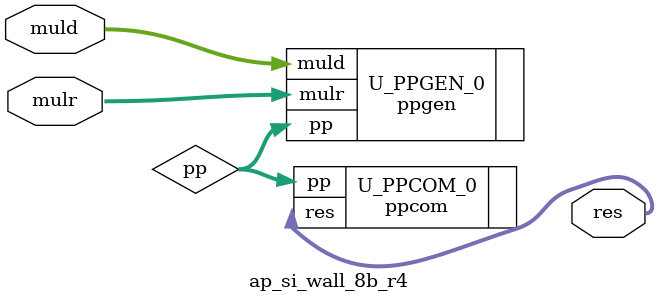
<source format=v>
module ap_si_wall_8b_r4 (
    input  signed [7:0] muld,
    input  signed [7:0] mulr,
    
    output signed [15:0] res
);

wire [63:0] pp;

ppgen #(
    .DW                             ( 8                             ))
U_PPGEN_0(
    .muld                           ( muld                          ),
    .mulr                           ( mulr                          ),
    .pp                             ( pp                            )
);


ppcom U_PPCOM_0(
    .pp                             ( pp                            ),
    .res                            ( res                           )
);


endmodule

</source>
